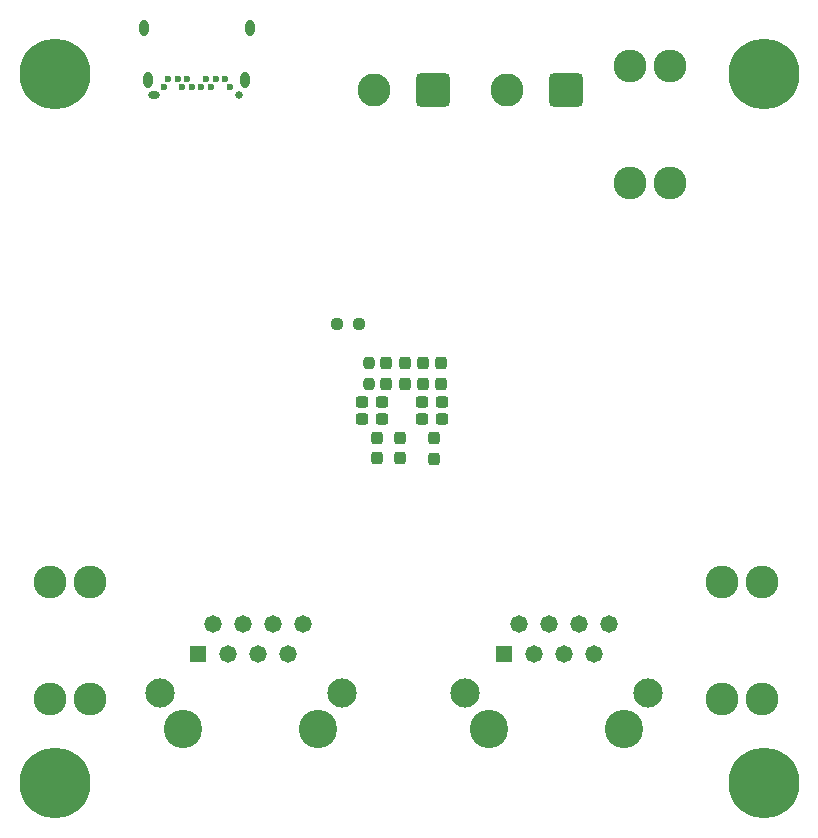
<source format=gbr>
%TF.GenerationSoftware,KiCad,Pcbnew,9.0.0*%
%TF.CreationDate,2025-04-26T11:07:06+02:00*%
%TF.ProjectId,linkertron,6c696e6b-6572-4747-926f-6e2e6b696361,v2*%
%TF.SameCoordinates,Original*%
%TF.FileFunction,Soldermask,Bot*%
%TF.FilePolarity,Negative*%
%FSLAX46Y46*%
G04 Gerber Fmt 4.6, Leading zero omitted, Abs format (unit mm)*
G04 Created by KiCad (PCBNEW 9.0.0) date 2025-04-26 11:07:06*
%MOMM*%
%LPD*%
G01*
G04 APERTURE LIST*
G04 Aperture macros list*
%AMRoundRect*
0 Rectangle with rounded corners*
0 $1 Rounding radius*
0 $2 $3 $4 $5 $6 $7 $8 $9 X,Y pos of 4 corners*
0 Add a 4 corners polygon primitive as box body*
4,1,4,$2,$3,$4,$5,$6,$7,$8,$9,$2,$3,0*
0 Add four circle primitives for the rounded corners*
1,1,$1+$1,$2,$3*
1,1,$1+$1,$4,$5*
1,1,$1+$1,$6,$7*
1,1,$1+$1,$8,$9*
0 Add four rect primitives between the rounded corners*
20,1,$1+$1,$2,$3,$4,$5,0*
20,1,$1+$1,$4,$5,$6,$7,0*
20,1,$1+$1,$6,$7,$8,$9,0*
20,1,$1+$1,$8,$9,$2,$3,0*%
G04 Aperture macros list end*
%ADD10C,6.000000*%
%ADD11C,3.250000*%
%ADD12R,1.478000X1.478000*%
%ADD13C,1.478000*%
%ADD14C,2.475000*%
%ADD15RoundRect,0.280000X1.120000X1.120000X-1.120000X1.120000X-1.120000X-1.120000X1.120000X-1.120000X0*%
%ADD16C,2.800000*%
%ADD17C,2.780000*%
%ADD18C,0.650000*%
%ADD19O,1.000000X0.650000*%
%ADD20C,0.600000*%
%ADD21O,0.800000X1.400000*%
%ADD22RoundRect,0.237500X0.237500X-0.300000X0.237500X0.300000X-0.237500X0.300000X-0.237500X-0.300000X0*%
%ADD23RoundRect,0.237500X-0.237500X0.300000X-0.237500X-0.300000X0.237500X-0.300000X0.237500X0.300000X0*%
%ADD24RoundRect,0.237500X0.300000X0.237500X-0.300000X0.237500X-0.300000X-0.237500X0.300000X-0.237500X0*%
%ADD25RoundRect,0.237500X-0.250000X-0.237500X0.250000X-0.237500X0.250000X0.237500X-0.250000X0.237500X0*%
%ADD26RoundRect,0.237500X0.237500X-0.250000X0.237500X0.250000X-0.237500X0.250000X-0.237500X-0.250000X0*%
%ADD27RoundRect,0.237500X-0.300000X-0.237500X0.300000X-0.237500X0.300000X0.237500X-0.300000X0.237500X0*%
G04 APERTURE END LIST*
D10*
%TO.C,H103*%
X173000000Y-150000000D03*
%TD*%
D11*
%TO.C,J401*%
X123885000Y-145500000D03*
X135315000Y-145500000D03*
D12*
X125155000Y-139150000D03*
D13*
X126425000Y-136610000D03*
X127695000Y-139150000D03*
X128965000Y-136610000D03*
X130235000Y-139150000D03*
X131505000Y-136610000D03*
X132775000Y-139150000D03*
X134045000Y-136610000D03*
D14*
X121855000Y-142450000D03*
X137345000Y-142450000D03*
%TD*%
D10*
%TO.C,H102*%
X173000000Y-90000000D03*
%TD*%
D15*
%TO.C,J202*%
X156300000Y-91400000D03*
D16*
X151300000Y-91400000D03*
%TD*%
D17*
%TO.C,F201*%
X169500000Y-142960000D03*
X172900000Y-142960000D03*
X169500000Y-133040000D03*
X172900000Y-133040000D03*
%TD*%
%TO.C,F202*%
X112600000Y-142960000D03*
X116000000Y-142960000D03*
X112600000Y-133040000D03*
X116000000Y-133040000D03*
%TD*%
%TO.C,F203*%
X165100000Y-89340000D03*
X161700000Y-89340000D03*
X165100000Y-99260000D03*
X161700000Y-99260000D03*
%TD*%
D10*
%TO.C,H104*%
X113000000Y-150000000D03*
%TD*%
D11*
%TO.C,J501*%
X149785000Y-145500000D03*
X161215000Y-145500000D03*
D12*
X151055000Y-139150000D03*
D13*
X152325000Y-136610000D03*
X153595000Y-139150000D03*
X154865000Y-136610000D03*
X156135000Y-139150000D03*
X157405000Y-136610000D03*
X158675000Y-139150000D03*
X159945000Y-136610000D03*
D14*
X147755000Y-142450000D03*
X163245000Y-142450000D03*
%TD*%
D10*
%TO.C,H101*%
X113000000Y-90000000D03*
%TD*%
D18*
%TO.C,J301*%
X128600000Y-91742500D03*
D19*
X121400000Y-91742500D03*
D20*
X122200000Y-91092500D03*
X122600000Y-90392500D03*
X123400000Y-90392500D03*
X123800000Y-91092500D03*
X124200000Y-90392500D03*
X124600000Y-91092500D03*
X125400000Y-91092500D03*
X125800000Y-90392500D03*
X126200000Y-91092500D03*
X126600000Y-90392500D03*
X127400000Y-90392500D03*
X127800000Y-91092500D03*
D21*
X129490000Y-86102500D03*
X129130000Y-90502500D03*
X120870000Y-90502500D03*
X120510000Y-86102500D03*
%TD*%
D15*
%TO.C,J201*%
X145000000Y-91400000D03*
D16*
X140000000Y-91400000D03*
%TD*%
D22*
%TO.C,C308*%
X142200000Y-122512501D03*
X142200000Y-120787499D03*
%TD*%
D23*
%TO.C,C310*%
X142650000Y-114487499D03*
X142650000Y-116212501D03*
%TD*%
%TO.C,C317*%
X141050000Y-114487499D03*
X141050000Y-116212501D03*
%TD*%
%TO.C,C315*%
X144150000Y-114487499D03*
X144150000Y-116212501D03*
%TD*%
D24*
%TO.C,C313*%
X145762501Y-119250000D03*
X144037499Y-119250000D03*
%TD*%
D23*
%TO.C,C311*%
X145650000Y-114487499D03*
X145650000Y-116212501D03*
%TD*%
D25*
%TO.C,R305*%
X136887500Y-111200000D03*
X138712500Y-111200000D03*
%TD*%
D24*
%TO.C,C314*%
X145762501Y-117750000D03*
X144037499Y-117750000D03*
%TD*%
D22*
%TO.C,C319*%
X140300000Y-122512501D03*
X140300000Y-120787499D03*
%TD*%
D26*
%TO.C,R304*%
X139550000Y-116262500D03*
X139550000Y-114437500D03*
%TD*%
D27*
%TO.C,C320*%
X138987499Y-117750000D03*
X140712501Y-117750000D03*
%TD*%
D22*
%TO.C,C318*%
X145100000Y-122562501D03*
X145100000Y-120837499D03*
%TD*%
D27*
%TO.C,C322*%
X138987499Y-119250000D03*
X140712501Y-119250000D03*
%TD*%
M02*

</source>
